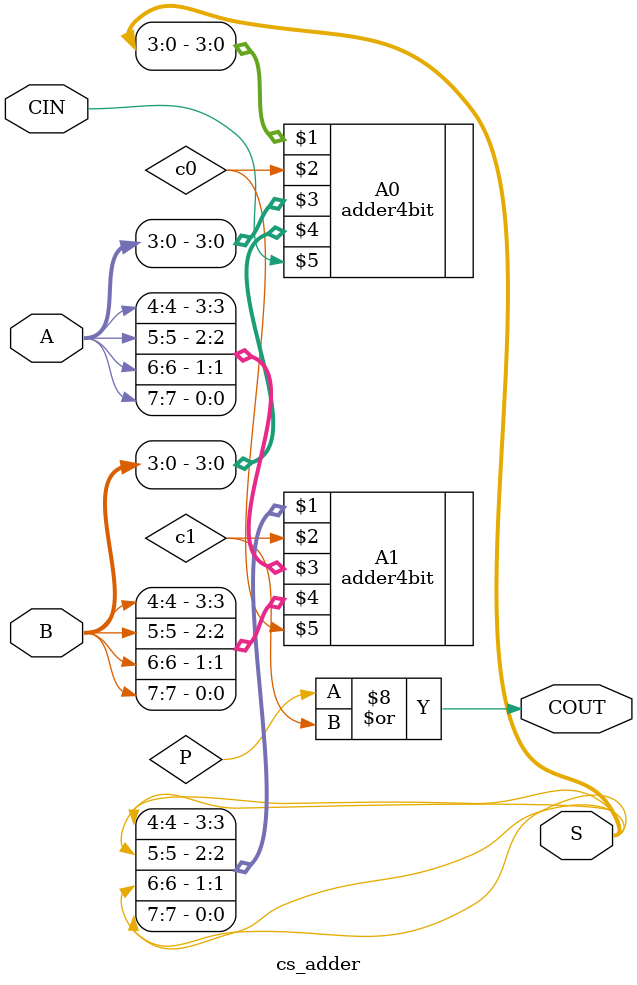
<source format=v>
module cs_adder(A,B,CIN,S,COUT);

input [7:0]A,B;
input CIN;
output [7:0]S;
output COUT;

wire c0,c1;
wire p0,p1,p2,p3,P;

adder4bit A0({S[3],S[2],S[1],S[0]},c0,{A[3],A[2],A[1],A[0]},{B[3],B[2],B[1],B[0]},CIN);

adder4bit A1({S[4],S[5],S[6],S[7]},c1,{A[4],A[5],A[6],A[7]},{B[4],B[5],B[6],B[7]},c0);

assign p0 = A[4] & B[4];
assign p1 = A[5] & B[5];
assign p2 = A[6] & B[6];
assign p3 = A[7] & B[7];

assign p= p0&p1&p2&p3;

assign COUT = P | c1;
endmodule

</source>
